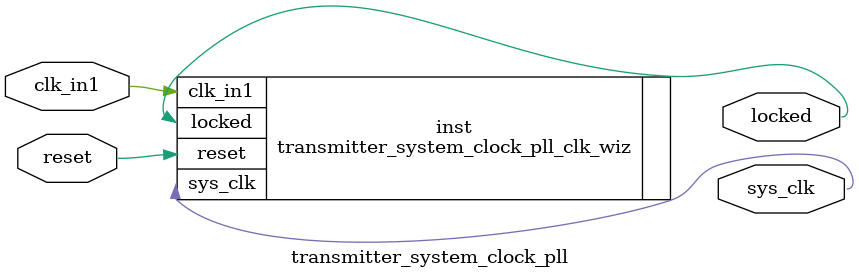
<source format=v>


`timescale 1ps/1ps

(* CORE_GENERATION_INFO = "transmitter_system_clock_pll,clk_wiz_v5_4_3_0,{component_name=transmitter_system_clock_pll,use_phase_alignment=true,use_min_o_jitter=true,use_max_i_jitter=false,use_dyn_phase_shift=false,use_inclk_switchover=false,use_dyn_reconfig=false,enable_axi=0,feedback_source=FDBK_AUTO,PRIMITIVE=PLL,num_out_clk=1,clkin1_period=5.000,clkin2_period=10.000,use_power_down=false,use_reset=true,use_locked=true,use_inclk_stopped=false,feedback_type=SINGLE,CLOCK_MGR_TYPE=NA,manual_override=false}" *)

module transmitter_system_clock_pll 
 (
  // Clock out ports
  output        sys_clk,
  // Status and control signals
  input         reset,
  output        locked,
 // Clock in ports
  input         clk_in1
 );

  transmitter_system_clock_pll_clk_wiz inst
  (
  // Clock out ports  
  .sys_clk(sys_clk),
  // Status and control signals               
  .reset(reset), 
  .locked(locked),
 // Clock in ports
  .clk_in1(clk_in1)
  );

endmodule

</source>
